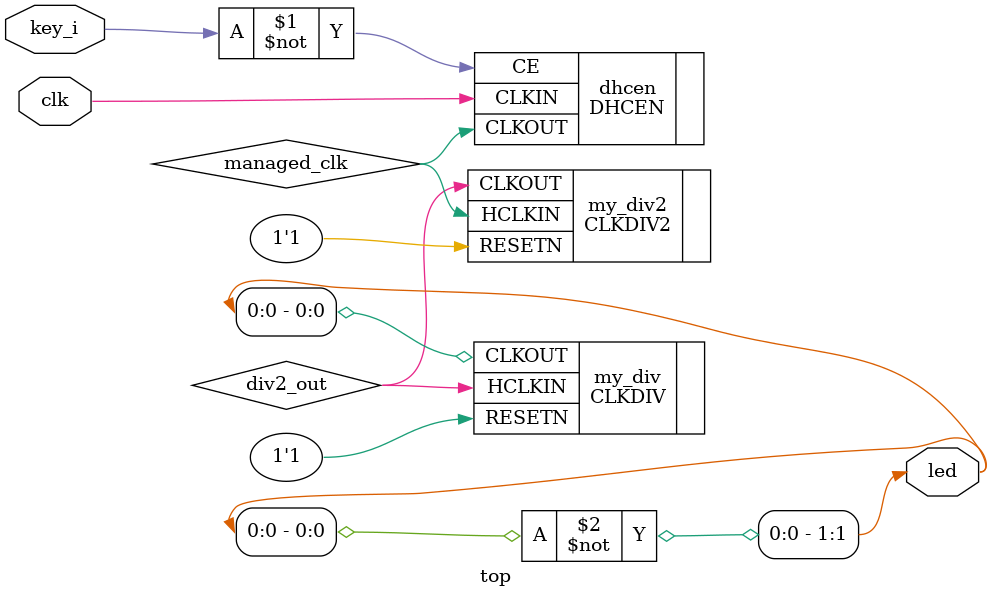
<source format=v>
module top (
	input clk,
	input key_i,
	output [5:0] led
);



    wire managed_clk;
    DHCEN dhcen(
        .CLKIN(clk),
        .CE(~key_i),
        .CLKOUT(managed_clk)
    );


    wire div2_out;
    CLKDIV2 my_div2 (
        .RESETN(1'b1),
        .HCLKIN(managed_clk),
        .CLKOUT(div2_out)
    );

    CLKDIV #(.DIV_MODE("2")) my_div (
        .RESETN(1'b1),
        .HCLKIN(div2_out),
        .CLKOUT(led[0])
    );
   assign led[1] = ~led[0];


endmodule

</source>
